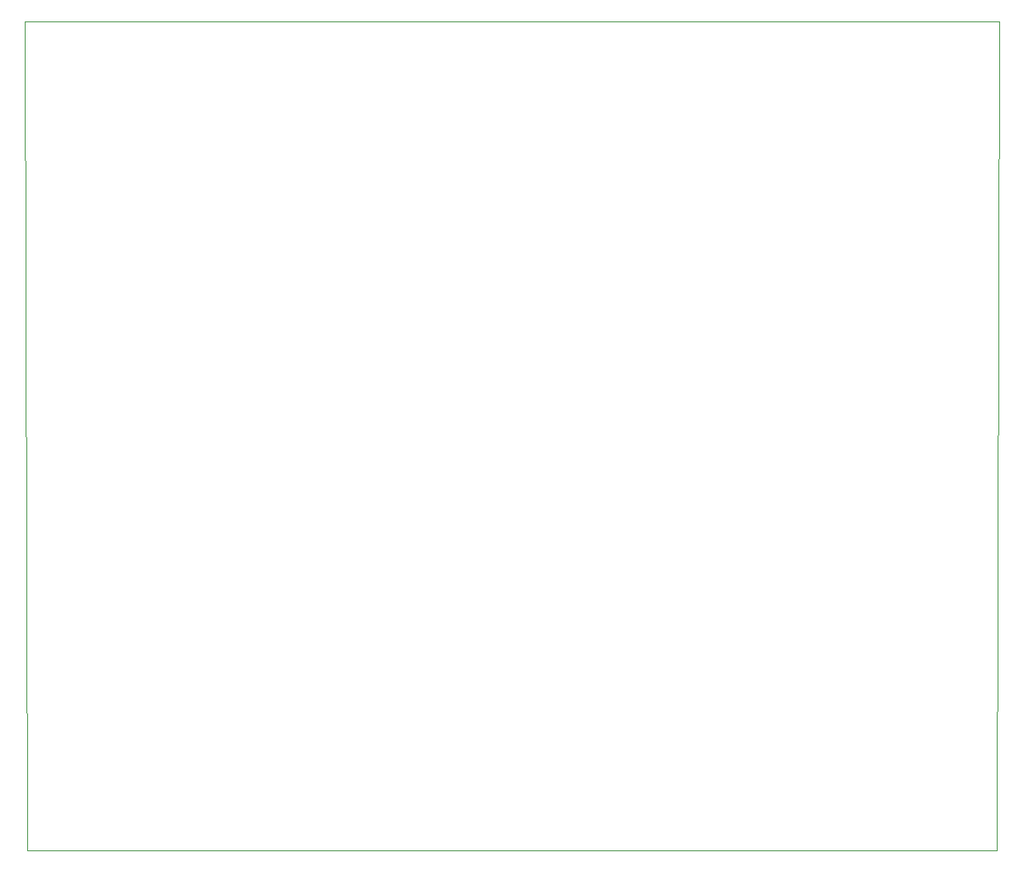
<source format=gm1>
%TF.GenerationSoftware,KiCad,Pcbnew,7.0.2-0*%
%TF.CreationDate,2023-05-22T09:33:56+09:00*%
%TF.ProjectId,SBC6808_Rev5,53424336-3830-4385-9f52-6576352e6b69,Rev5*%
%TF.SameCoordinates,PX3e22018PY9119050*%
%TF.FileFunction,Profile,NP*%
%FSLAX46Y46*%
G04 Gerber Fmt 4.6, Leading zero omitted, Abs format (unit mm)*
G04 Created by KiCad (PCBNEW 7.0.2-0) date 2023-05-22 09:33:56*
%MOMM*%
%LPD*%
G01*
G04 APERTURE LIST*
%TA.AperFunction,Profile*%
%ADD10C,0.050000*%
%TD*%
G04 APERTURE END LIST*
D10*
X9080500Y7366000D02*
X108615000Y7366000D01*
X8831000Y92456000D02*
X108831000Y92456000D01*
X108831000Y92456000D02*
X108615000Y7366000D01*
X8831000Y92456000D02*
X9080500Y7366000D01*
M02*

</source>
